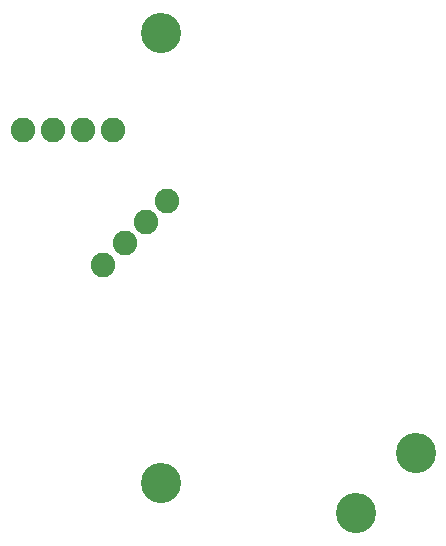
<source format=gbr>
G04 EAGLE Gerber RS-274X export*
G75*
%MOMM*%
%FSLAX34Y34*%
%LPD*%
%INSoldermask Bottom*%
%IPPOS*%
%AMOC8*
5,1,8,0,0,1.08239X$1,22.5*%
G01*
%ADD10C,3.403200*%
%ADD11C,2.082800*%


D10*
X0Y190500D03*
X0Y-190500D03*
X215900Y-165100D03*
X165100Y-215900D03*
D11*
X5080Y48260D03*
X-12881Y30299D03*
X-30841Y12339D03*
X-48802Y-5622D03*
X-40640Y107950D03*
X-66040Y107950D03*
X-91440Y107950D03*
X-116840Y107950D03*
M02*

</source>
